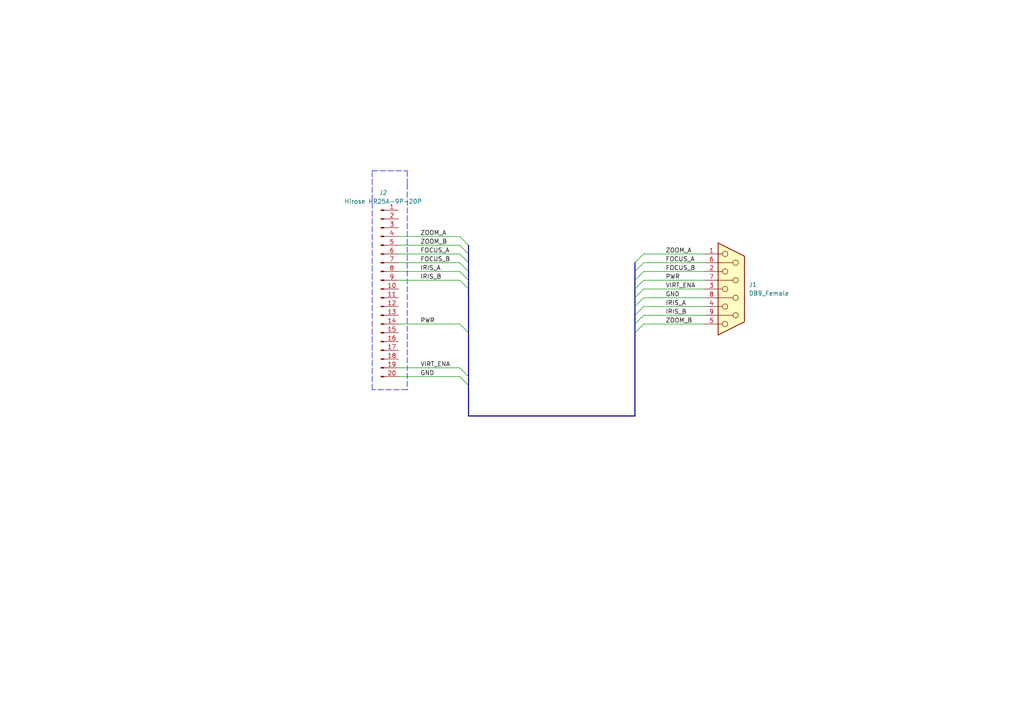
<source format=kicad_sch>
(kicad_sch (version 20211123) (generator eeschema)
  (paper "A4")
  (title_block (title "Camera Lens Cable"))
  (lib_symbols
    (symbol "Connector:Conn_01x20_Male" (pin_names (offset 1.016) hide)
      (property "Reference" "J" (at 0 25.4 0))
      (property "Value" "Conn_01x20_Male" (at 0 -27.94 0))
      (symbol "Conn_01x20_Male_1_1"
        (polyline (pts (xy 1.27 -25.4) (xy 0.8636 -25.4)) (stroke (width 0.1524)))
        (polyline (pts (xy 1.27 -22.86) (xy 0.8636 -22.86)) (stroke (width 0.1524)))
        (polyline (pts (xy 1.27 -20.32) (xy 0.8636 -20.32)) (stroke (width 0.1524)))
        (polyline (pts (xy 1.27 -17.78) (xy 0.8636 -17.78)) (stroke (width 0.1524)))
        (polyline (pts (xy 1.27 -15.24) (xy 0.8636 -15.24)) (stroke (width 0.1524)))
        (polyline (pts (xy 1.27 -12.7) (xy 0.8636 -12.7)) (stroke (width 0.1524)))
        (polyline (pts (xy 1.27 -10.16) (xy 0.8636 -10.16)) (stroke (width 0.1524)))
        (polyline (pts (xy 1.27 -7.62) (xy 0.8636 -7.62)) (stroke (width 0.1524)))
        (polyline (pts (xy 1.27 -5.08) (xy 0.8636 -5.08)) (stroke (width 0.1524)))
        (polyline (pts (xy 1.27 -2.54) (xy 0.8636 -2.54)) (stroke (width 0.1524)))
        (polyline (pts (xy 1.27 0) (xy 0.8636 0)) (stroke (width 0.1524)))
        (polyline (pts (xy 1.27 2.54) (xy 0.8636 2.54)) (stroke (width 0.1524)))
        (polyline (pts (xy 1.27 5.08) (xy 0.8636 5.08)) (stroke (width 0.1524)))
        (polyline (pts (xy 1.27 7.62) (xy 0.8636 7.62)) (stroke (width 0.1524)))
        (polyline (pts (xy 1.27 10.16) (xy 0.8636 10.16)) (stroke (width 0.1524)))
        (polyline (pts (xy 1.27 12.7) (xy 0.8636 12.7)) (stroke (width 0.1524)))
        (polyline (pts (xy 1.27 15.24) (xy 0.8636 15.24)) (stroke (width 0.1524)))
        (polyline (pts (xy 1.27 17.78) (xy 0.8636 17.78)) (stroke (width 0.1524)))
        (polyline (pts (xy 1.27 20.32) (xy 0.8636 20.32)) (stroke (width 0.1524)))
        (polyline (pts (xy 1.27 22.86) (xy 0.8636 22.86)) (stroke (width 0.1524)))
        (rectangle (start 0.8636 -25.273) (end 0 -25.527) (stroke (width 0.1524)) (fill (type outline)))
        (rectangle (start 0.8636 -22.733) (end 0 -22.987) (stroke (width 0.1524)) (fill (type outline)))
        (rectangle (start 0.8636 -20.193) (end 0 -20.447) (stroke (width 0.1524)) (fill (type outline)))
        (rectangle (start 0.8636 -17.653) (end 0 -17.907) (stroke (width 0.1524)) (fill (type outline)))
        (rectangle (start 0.8636 -15.113) (end 0 -15.367) (stroke (width 0.1524)) (fill (type outline)))
        (rectangle (start 0.8636 -12.573) (end 0 -12.827) (stroke (width 0.1524)) (fill (type outline)))
        (rectangle (start 0.8636 -10.033) (end 0 -10.287) (stroke (width 0.1524)) (fill (type outline)))
        (rectangle (start 0.8636 -7.493) (end 0 -7.747) (stroke (width 0.1524)) (fill (type outline)))
        (rectangle (start 0.8636 -4.953) (end 0 -5.207) (stroke (width 0.1524)) (fill (type outline)))
        (rectangle (start 0.8636 -2.413) (end 0 -2.667) (stroke (width 0.1524)) (fill (type outline)))
        (rectangle (start 0.8636 0.127) (end 0 -0.127) (stroke (width 0.1524)) (fill (type outline)))
        (rectangle (start 0.8636 2.667) (end 0 2.413) (stroke (width 0.1524)) (fill (type outline)))
        (rectangle (start 0.8636 5.207) (end 0 4.953) (stroke (width 0.1524)) (fill (type outline)))
        (rectangle (start 0.8636 7.747) (end 0 7.493) (stroke (width 0.1524)) (fill (type outline)))
        (rectangle (start 0.8636 10.287) (end 0 10.033) (stroke (width 0.1524)) (fill (type outline)))
        (rectangle (start 0.8636 12.827) (end 0 12.573) (stroke (width 0.1524)) (fill (type outline)))
        (rectangle (start 0.8636 15.367) (end 0 15.113) (stroke (width 0.1524)) (fill (type outline)))
        (rectangle (start 0.8636 17.907) (end 0 17.653) (stroke (width 0.1524)) (fill (type outline)))
        (rectangle (start 0.8636 20.447) (end 0 20.193) (stroke (width 0.1524)) (fill (type outline)))
        (rectangle (start 0.8636 22.987) (end 0 22.733) (stroke (width 0.1524)) (fill (type outline)))
        (pin passive line (at 5.08 22.86 180) (length 3.81) (name "Pin_1") (number "1"))
        (pin passive line (at 5.08 0 180) (length 3.81) (name "Pin_10") (number "10"))
        (pin passive line (at 5.08 -2.54 180) (length 3.81) (name "Pin_11") (number "11"))
        (pin passive line (at 5.08 -5.08 180) (length 3.81) (name "Pin_12") (number "12"))
        (pin passive line (at 5.08 -7.62 180) (length 3.81) (name "Pin_13") (number "13"))
        (pin passive line (at 5.08 -10.16 180) (length 3.81) (name "Pin_14") (number "14"))
        (pin passive line (at 5.08 -12.7 180) (length 3.81) (name "Pin_15") (number "15"))
        (pin passive line (at 5.08 -15.24 180) (length 3.81) (name "Pin_16") (number "16"))
        (pin passive line (at 5.08 -17.78 180) (length 3.81) (name "Pin_17") (number "17"))
        (pin passive line (at 5.08 -20.32 180) (length 3.81) (name "Pin_18") (number "18"))
        (pin passive line (at 5.08 -22.86 180) (length 3.81) (name "Pin_19") (number "19"))
        (pin passive line (at 5.08 20.32 180) (length 3.81) (name "Pin_2") (number "2"))
        (pin passive line (at 5.08 -25.4 180) (length 3.81) (name "Pin_20") (number "20"))
        (pin passive line (at 5.08 17.78 180) (length 3.81) (name "Pin_3") (number "3"))
        (pin passive line (at 5.08 15.24 180) (length 3.81) (name "Pin_4") (number "4"))
        (pin passive line (at 5.08 12.7 180) (length 3.81) (name "Pin_5") (number "5"))
        (pin passive line (at 5.08 10.16 180) (length 3.81) (name "Pin_6") (number "6"))
        (pin passive line (at 5.08 7.62 180) (length 3.81) (name "Pin_7") (number "7"))
        (pin passive line (at 5.08 5.08 180) (length 3.81) (name "Pin_8") (number "8"))
        (pin passive line (at 5.08 2.54 180) (length 3.81) (name "Pin_9") (number "9"))
      )
    )
    (symbol "Connector:DB9_Female" (pin_names (offset 1.016) hide)
      (property "Reference" "J" (at 0 13.97 0))
      (property "Value" "DB9_Female" (at 0 -14.605 0))
      (symbol "DB9_Female_0_1"
        (circle (center -1.778 -10.16) (radius 0.762))
        (circle (center -1.778 -5.08) (radius 0.762))
        (circle (center -1.778 0) (radius 0.762))
        (circle (center -1.778 5.08) (radius 0.762))
        (circle (center -1.778 10.16) (radius 0.762))
        (polyline (pts (xy -3.81 -10.16) (xy -2.54 -10.16)))
        (polyline (pts (xy -3.81 -7.62) (xy 0.508 -7.62)))
        (polyline (pts (xy -3.81 -5.08) (xy -2.54 -5.08)))
        (polyline (pts (xy -3.81 -2.54) (xy 0.508 -2.54)))
        (polyline (pts (xy -3.81 0) (xy -2.54 0)))
        (polyline (pts (xy -3.81 2.54) (xy 0.508 2.54)))
        (polyline (pts (xy -3.81 5.08) (xy -2.54 5.08)))
        (polyline (pts (xy -3.81 7.62) (xy 0.508 7.62)))
        (polyline (pts (xy -3.81 10.16) (xy -2.54 10.16)))
        (polyline (pts (xy -3.81 13.335) (xy -3.81 -13.335) (xy 3.81 -9.525) (xy 3.81 9.525) (xy -3.81 13.335)) (stroke (width 0.254)) (fill (type background)))
        (circle (center 1.27 -7.62) (radius 0.762))
        (circle (center 1.27 -2.54) (radius 0.762))
        (circle (center 1.27 2.54) (radius 0.762))
        (circle (center 1.27 7.62) (radius 0.762))
      )
      (symbol "DB9_Female_1_1"
        (pin passive line (at -7.62 10.16 0) (length 3.81) (name "1") (number "1"))
        (pin passive line (at -7.62 5.08 0) (length 3.81) (name "2") (number "2"))
        (pin passive line (at -7.62 0 0) (length 3.81) (name "3") (number "3"))
        (pin passive line (at -7.62 -5.08 0) (length 3.81) (name "4") (number "4"))
        (pin passive line (at -7.62 -10.16 0) (length 3.81) (name "5") (number "5"))
        (pin passive line (at -7.62 7.62 0) (length 3.81) (name "6") (number "6"))
        (pin passive line (at -7.62 2.54 0) (length 3.81) (name "7") (number "7"))
        (pin passive line (at -7.62 -2.54 0) (length 3.81) (name "8") (number "8"))
        (pin passive line (at -7.62 -7.62 0) (length 3.81) (name "9") (number "9"))
      )
    )
  )
  (bus_entry (at 184.15 76.2) (size 2.54 -2.54))
  (bus_entry (at 184.15 78.74) (size 2.54 -2.54))
  (bus_entry (at 184.15 81.28) (size 2.54 -2.54))
  (bus_entry (at 184.15 83.82) (size 2.54 -2.54))
  (bus_entry (at 184.15 86.36) (size 2.54 -2.54))
  (bus_entry (at 184.15 88.9) (size 2.54 -2.54))
  (bus_entry (at 184.15 91.44) (size 2.54 -2.54))
  (bus_entry (at 184.15 93.98) (size 2.54 -2.54))
  (bus_entry (at 133.35 68.58) (size 2.54 2.54))
  (bus_entry (at 133.35 71.12) (size 2.54 2.54))
  (bus_entry (at 133.35 73.66) (size 2.54 2.54))
  (bus_entry (at 133.35 76.2) (size 2.54 2.54))
  (bus_entry (at 133.35 78.74) (size 2.54 2.54))
  (bus_entry (at 133.35 81.28) (size 2.54 2.54))
  (bus_entry (at 133.35 93.98) (size 2.54 2.54))
  (bus_entry (at 133.35 106.68) (size 2.54 2.54))
  (bus_entry (at 133.35 109.22) (size 2.54 2.54))
  (bus_entry (at 184.15 96.52) (size 2.54 -2.54))
  (polyline (pts (xy 118.11 53.34) (xy 118.11 113.03)))
  (bus (pts (xy 135.89 109.22) (xy 135.89 111.76)))
  (polyline (pts (xy 118.11 113.03) (xy 107.95 113.03)))
  (bus (pts (xy 184.15 76.2) (xy 184.15 78.74)))
  (bus (pts (xy 135.89 81.28) (xy 135.89 83.82)))
  (bus (pts (xy 184.15 78.74) (xy 184.15 81.28)))
  (bus (pts (xy 184.15 93.98) (xy 184.15 96.52)))
  (bus (pts (xy 135.89 120.65) (xy 184.15 120.65)))
  (bus (pts (xy 184.15 81.28) (xy 184.15 83.82)))
  (bus (pts (xy 135.89 96.52) (xy 135.89 109.22)))
  (wire (pts (xy 115.57 76.2) (xy 133.35 76.2)))
  (bus (pts (xy 184.15 83.82) (xy 184.15 86.36)))
  (bus (pts (xy 135.89 73.66) (xy 135.89 76.2)))
  (wire (pts (xy 186.69 78.74) (xy 204.47 78.74)))
  (wire (pts (xy 115.57 68.58) (xy 133.35 68.58)))
  (polyline (pts (xy 107.95 49.53) (xy 118.11 49.53)))
  (wire (pts (xy 186.69 93.98) (xy 204.47 93.98)))
  (wire (pts (xy 115.57 73.66) (xy 133.35 73.66)))
  (bus (pts (xy 135.89 111.76) (xy 135.89 120.65)))
  (bus (pts (xy 135.89 83.82) (xy 135.89 96.52)))
  (wire (pts (xy 115.57 93.98) (xy 133.35 93.98)))
  (polyline (pts (xy 107.95 113.03) (xy 107.95 49.53)))
  (bus (pts (xy 184.15 88.9) (xy 184.15 91.44)))
  (wire (pts (xy 186.69 88.9) (xy 204.47 88.9)))
  (wire (pts (xy 115.57 78.74) (xy 133.35 78.74)))
  (wire (pts (xy 186.69 76.2) (xy 204.47 76.2)))
  (bus (pts (xy 135.89 76.2) (xy 135.89 78.74)))
  (wire (pts (xy 115.57 81.28) (xy 133.35 81.28)))
  (bus (pts (xy 184.15 96.52) (xy 184.15 120.65)))
  (polyline (pts (xy 118.11 49.53) (xy 118.11 53.34)))
  (wire (pts (xy 186.69 91.44) (xy 204.47 91.44)))
  (bus (pts (xy 135.89 78.74) (xy 135.89 81.28)))
  (wire (pts (xy 115.57 106.68) (xy 133.35 106.68)))
  (bus (pts (xy 135.89 71.12) (xy 135.89 73.66)))
  (wire (pts (xy 186.69 73.66) (xy 204.47 73.66)))
  (bus (pts (xy 184.15 91.44) (xy 184.15 93.98)))
  (wire (pts (xy 115.57 71.12) (xy 133.35 71.12)))
  (wire (pts (xy 186.69 81.28) (xy 204.47 81.28)))
  (wire (pts (xy 186.69 86.36) (xy 204.47 86.36)))
  (bus (pts (xy 184.15 86.36) (xy 184.15 88.9)))
  (wire (pts (xy 115.57 109.22) (xy 133.35 109.22)))
  (wire (pts (xy 186.69 83.82) (xy 204.47 83.82)))
  (label "FOCUS_B" (at 121.92 76.2 0))
  (label "GND" (at 121.92 109.22 0))
  (label "GND" (at 193.04 86.36 0))
  (label "IRIS_A" (at 193.04 88.9 0))
  (label "PWR" (at 193.04 81.28 0))
  (label "ZOOM_B" (at 121.92 71.12 0))
  (label "IRIS_B" (at 193.04 91.44 0))
  (label "ZOOM_B" (at 193.04 93.98 0))
  (label "VIRT_ENA" (at 121.92 106.68 0))
  (label "FOCUS_A" (at 121.92 73.66 0))
  (label "ZOOM_A" (at 193.04 73.66 0))
  (label "PWR" (at 121.92 93.98 0))
  (label "VIRT_ENA" (at 193.04 83.82 0))
  (label "FOCUS_B" (at 193.04 78.74 0))
  (label "IRIS_B" (at 121.92 81.28 0))
  (label "FOCUS_A" (at 193.04 76.2 0))
  (label "ZOOM_A" (at 121.92 68.58 0))
  (label "IRIS_A" (at 121.92 78.74 0))
  (symbol (lib_id "Connector:DB9_Female") (at 212.09 83.82 0) (unit 1)
    (property "Reference" "J1" (at 217.17 82.5499 0) (effects (justify left)))
    (property "Value" "DB9_Female" (at 217.17 85.0899 0) (effects (justify left)))
    (property "Datasheet" " ~" (effects hide))
  )
  (symbol (lib_id "Connector:Conn_01x20_Male") (at 110.49 83.82 0) (unit 1)
    (property "Reference" "J2" (at 111.125 55.88 0))
    (property "Value" "Hirose HR25A-9P-20P" (at 111.125 58.42 0))
  )
)
</source>
